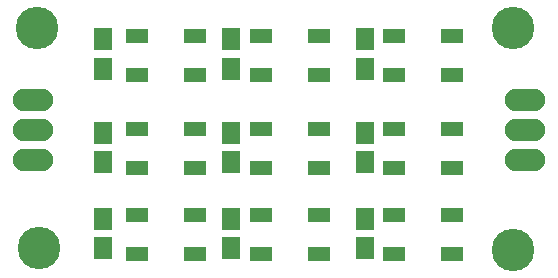
<source format=gbr>
G04 #@! TF.FileFunction,Soldermask,Top*
%FSLAX46Y46*%
G04 Gerber Fmt 4.6, Leading zero omitted, Abs format (unit mm)*
G04 Created by KiCad (PCBNEW 4.0.5-e0-6337~49~ubuntu15.04.1) date Fri Feb 24 10:43:51 2017*
%MOMM*%
%LPD*%
G01*
G04 APERTURE LIST*
%ADD10C,0.100000*%
%ADD11O,3.410000X1.910000*%
%ADD12R,1.900000X1.300000*%
%ADD13R,1.650000X1.900000*%
%ADD14C,3.600000*%
G04 APERTURE END LIST*
D10*
D11*
X58600000Y-29800000D03*
X58600000Y-27260000D03*
X58600000Y-24720000D03*
D12*
X47550000Y-22550000D03*
X47550000Y-19250000D03*
X52450000Y-19250000D03*
X52450000Y-22550000D03*
X47550000Y-30450000D03*
X47550000Y-27150000D03*
X52450000Y-27150000D03*
X52450000Y-30450000D03*
D13*
X45100000Y-29950000D03*
X45100000Y-27450000D03*
X45100000Y-37250000D03*
X45100000Y-34750000D03*
X33700000Y-37250000D03*
X33700000Y-34750000D03*
X22900000Y-37250000D03*
X22900000Y-34750000D03*
X33700000Y-29950000D03*
X33700000Y-27450000D03*
X22900000Y-29950000D03*
X22900000Y-27450000D03*
X45100000Y-22050000D03*
X45100000Y-19550000D03*
X33700000Y-22050000D03*
X33700000Y-19550000D03*
X22900000Y-22050000D03*
X22900000Y-19550000D03*
D12*
X25750000Y-22550000D03*
X25750000Y-19250000D03*
X30650000Y-19250000D03*
X30650000Y-22550000D03*
X25750000Y-37750000D03*
X25750000Y-34450000D03*
X30650000Y-34450000D03*
X30650000Y-37750000D03*
X25750000Y-30450000D03*
X25750000Y-27150000D03*
X30650000Y-27150000D03*
X30650000Y-30450000D03*
X36250000Y-22550000D03*
X36250000Y-19250000D03*
X41150000Y-19250000D03*
X41150000Y-22550000D03*
X36250000Y-37750000D03*
X36250000Y-34450000D03*
X41150000Y-34450000D03*
X41150000Y-37750000D03*
X36250000Y-30450000D03*
X36250000Y-27150000D03*
X41150000Y-27150000D03*
X41150000Y-30450000D03*
X47550000Y-37750000D03*
X47550000Y-34450000D03*
X52450000Y-34450000D03*
X52450000Y-37750000D03*
D11*
X17000000Y-24700000D03*
X17000000Y-27240000D03*
X17000000Y-29780000D03*
D14*
X57600000Y-18600000D03*
X17300000Y-18600000D03*
X17500000Y-37200000D03*
X57600000Y-37400000D03*
M02*

</source>
